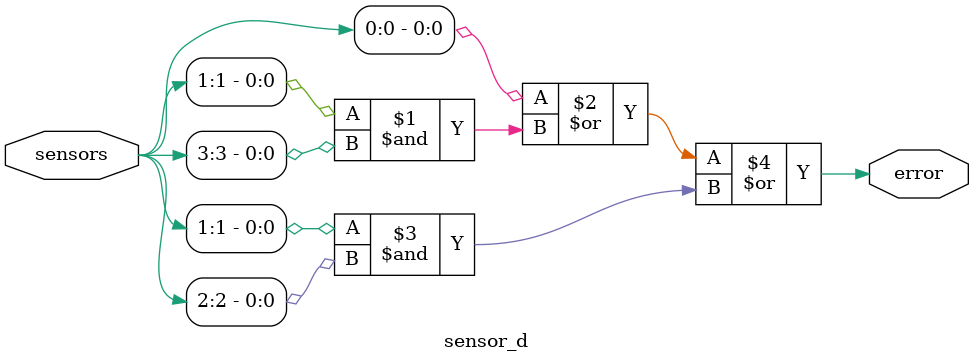
<source format=sv>


module sensor_d
(
	input wire [3:0] sensors,
	output wire error
);

	assign error = sensors[0] | (sensors[1] & sensors[3]) | (sensors[1] & sensors[2]);
endmodule 
</source>
